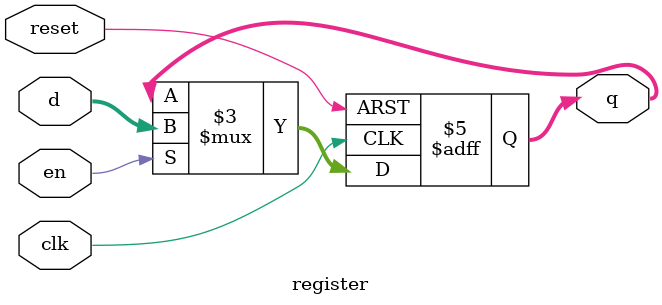
<source format=v>
module register(
    input wire clk, reset, en,
    input wire [6:0] d,
    output reg [6:0] q
);

always @(posedge clk, posedge reset) begin
    if (reset) 
        q = 7'b0000_000;
    else if(en)
        q = d;
end

endmodule
</source>
